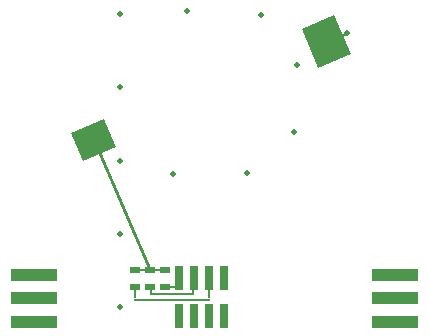
<source format=gbl>
G04 #@! TF.FileFunction,Copper,L2,Bot,Signal*
%FSLAX46Y46*%
G04 Gerber Fmt 4.6, Leading zero omitted, Abs format (unit mm)*
G04 Created by KiCad (PCBNEW 4.0.0-rc2-stable) date 3/3/2016 3:46:44 PM*
%MOMM*%
G01*
G04 APERTURE LIST*
%ADD10C,0.150000*%
%ADD11C,0.500000*%
%ADD12R,4.000000X1.000000*%
%ADD13C,0.600000*%
%ADD14R,0.760000X2.000000*%
%ADD15R,0.740000X2.000000*%
%ADD16R,0.900000X0.600000*%
%ADD17R,0.900000X0.200000*%
%ADD18R,3.800000X0.200000*%
%ADD19R,6.500000X0.200000*%
%ADD20R,0.200000X0.400000*%
%ADD21R,0.200000X0.800000*%
%ADD22R,2.000000X0.200000*%
%ADD23C,0.254000*%
G04 APERTURE END LIST*
D10*
D11*
X56276098Y-24115281D03*
X56276098Y-30315395D03*
X56276098Y-36515510D03*
X56276098Y-42715625D03*
X56276098Y-48915740D03*
X60834685Y-37632950D03*
X67037994Y-37565191D03*
X71015632Y-34129992D03*
X71326326Y-28443960D03*
X68274171Y-24230072D03*
X62021750Y-23861350D03*
D12*
X79618640Y-50192200D03*
X79618640Y-48192200D03*
X79618640Y-46192200D03*
D13*
X78618640Y-50192200D03*
X78618640Y-48192200D03*
X78618640Y-46192200D03*
D12*
X49020840Y-46192200D03*
X49020840Y-48192200D03*
X49020840Y-50192200D03*
D13*
X50020840Y-46192200D03*
X50020840Y-48192200D03*
X50020840Y-50192200D03*
D10*
G36*
X52195150Y-34186239D02*
X54956665Y-33014046D01*
X55972566Y-35407359D01*
X53211051Y-36579552D01*
X52195150Y-34186239D01*
X52195150Y-34186239D01*
G37*
G36*
X71698590Y-25364345D02*
X74460105Y-24192152D01*
X75866736Y-27505969D01*
X73105221Y-28678162D01*
X71698590Y-25364345D01*
X71698590Y-25364345D01*
G37*
D11*
X75531623Y-25692768D03*
D14*
X61279578Y-49652025D03*
X62549578Y-49652025D03*
X63819578Y-49652025D03*
X65089578Y-49652025D03*
X61279578Y-46452025D03*
X62549578Y-46452025D03*
X63819578Y-46452025D03*
D15*
X65089578Y-46452025D03*
D16*
X60084578Y-45752025D03*
X60084578Y-47252025D03*
X58834578Y-47252025D03*
X58834578Y-45752025D03*
X57584578Y-45752025D03*
X57584578Y-47252025D03*
D17*
X60734578Y-47202025D03*
D18*
X60734578Y-47852025D03*
D19*
X60734578Y-48302025D03*
D20*
X58934578Y-47652025D03*
X62534578Y-47652025D03*
D21*
X63884578Y-47852025D03*
X57584578Y-47852025D03*
D22*
X58884578Y-45752025D03*
D23*
X73780000Y-26440000D02*
X75530000Y-25690000D01*
X73780000Y-26440000D02*
X75530000Y-25690000D01*
X73780000Y-26440000D02*
X75530000Y-25690000D01*
X73780000Y-26440000D02*
X75530000Y-25690000D01*
X73780000Y-26440000D02*
X75530000Y-25690000D01*
X73780000Y-26440000D02*
X75530000Y-25690000D01*
X73780000Y-26440000D02*
X75530000Y-25690000D01*
X73780000Y-26440000D02*
X75530000Y-25690000D01*
X73780000Y-26440000D02*
X75530000Y-25690000D01*
X54080000Y-34800000D02*
X58880000Y-45750000D01*
X54080000Y-34800000D02*
X58880000Y-45750000D01*
X54080000Y-34800000D02*
X58880000Y-45750000D01*
X54080000Y-34800000D02*
X58880000Y-45750000D01*
X54080000Y-34800000D02*
X58880000Y-45750000D01*
X54080000Y-34800000D02*
X58880000Y-45750000D01*
X54080000Y-34800000D02*
X58880000Y-45750000D01*
X54080000Y-34800000D02*
X58880000Y-45750000D01*
X54080000Y-34800000D02*
X58880000Y-45750000D01*
M02*

</source>
